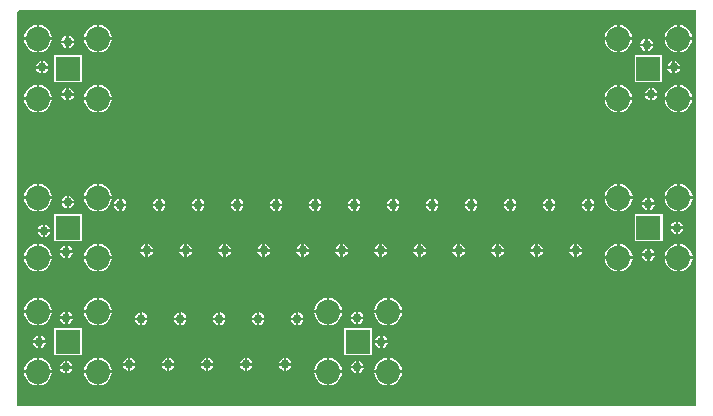
<source format=gbl>
G04*
G04 #@! TF.GenerationSoftware,Altium Limited,Altium Designer,20.0.13 (296)*
G04*
G04 Layer_Physical_Order=2*
G04 Layer_Color=16711680*
%FSLAX23Y23*%
%MOIN*%
G70*
G01*
G75*
%ADD24R,0.081X0.081*%
%ADD25C,0.081*%
%ADD26C,0.030*%
G36*
X2280Y15D02*
X15D01*
Y1329D01*
X21Y1335D01*
X2280D01*
Y15D01*
D02*
G37*
%LPC*%
G36*
X2224Y1286D02*
Y1244D01*
X2266D01*
X2265Y1252D01*
X2260Y1263D01*
X2253Y1273D01*
X2243Y1280D01*
X2232Y1285D01*
X2224Y1286D01*
D02*
G37*
G36*
X2024D02*
Y1244D01*
X2066D01*
X2065Y1252D01*
X2060Y1263D01*
X2053Y1273D01*
X2043Y1280D01*
X2032Y1285D01*
X2024Y1286D01*
D02*
G37*
G36*
X2216D02*
X2208Y1285D01*
X2197Y1280D01*
X2187Y1273D01*
X2180Y1263D01*
X2175Y1252D01*
X2174Y1244D01*
X2216D01*
Y1286D01*
D02*
G37*
G36*
X2016D02*
X2008Y1285D01*
X1997Y1280D01*
X1987Y1273D01*
X1980Y1263D01*
X1975Y1252D01*
X1974Y1244D01*
X2016D01*
Y1286D01*
D02*
G37*
G36*
X289D02*
Y1244D01*
X331D01*
X330Y1252D01*
X325Y1263D01*
X318Y1273D01*
X308Y1280D01*
X297Y1285D01*
X289Y1286D01*
D02*
G37*
G36*
X281D02*
X273Y1285D01*
X262Y1280D01*
X252Y1273D01*
X245Y1263D01*
X240Y1252D01*
X239Y1244D01*
X281D01*
Y1286D01*
D02*
G37*
G36*
X89D02*
Y1244D01*
X131D01*
X130Y1252D01*
X125Y1263D01*
X118Y1273D01*
X108Y1280D01*
X97Y1285D01*
X89Y1286D01*
D02*
G37*
G36*
X81D02*
X73Y1285D01*
X62Y1280D01*
X52Y1273D01*
X45Y1263D01*
X40Y1252D01*
X39Y1244D01*
X81D01*
Y1286D01*
D02*
G37*
G36*
X188Y1250D02*
Y1233D01*
X205D01*
X204Y1238D01*
X199Y1245D01*
X192Y1249D01*
X188Y1250D01*
D02*
G37*
G36*
X180D02*
X176Y1249D01*
X169Y1245D01*
X164Y1238D01*
X163Y1233D01*
X180D01*
Y1250D01*
D02*
G37*
G36*
X2118Y1240D02*
Y1223D01*
X2135D01*
X2134Y1228D01*
X2129Y1235D01*
X2122Y1239D01*
X2118Y1240D01*
D02*
G37*
G36*
X2110D02*
X2106Y1239D01*
X2099Y1235D01*
X2094Y1228D01*
X2093Y1223D01*
X2110D01*
Y1240D01*
D02*
G37*
G36*
X205Y1225D02*
X188D01*
Y1209D01*
X192Y1210D01*
X199Y1214D01*
X204Y1221D01*
X205Y1225D01*
D02*
G37*
G36*
X180D02*
X163D01*
X164Y1221D01*
X169Y1214D01*
X176Y1210D01*
X180Y1209D01*
Y1225D01*
D02*
G37*
G36*
X2135Y1215D02*
X2118D01*
Y1199D01*
X2122Y1200D01*
X2129Y1204D01*
X2134Y1211D01*
X2135Y1215D01*
D02*
G37*
G36*
X2110D02*
X2093D01*
X2094Y1211D01*
X2099Y1204D01*
X2106Y1200D01*
X2110Y1199D01*
Y1215D01*
D02*
G37*
G36*
X2266Y1236D02*
X2224D01*
Y1194D01*
X2232Y1195D01*
X2243Y1200D01*
X2253Y1207D01*
X2260Y1217D01*
X2265Y1228D01*
X2266Y1236D01*
D02*
G37*
G36*
X2066D02*
X2024D01*
Y1194D01*
X2032Y1195D01*
X2043Y1200D01*
X2053Y1207D01*
X2060Y1217D01*
X2065Y1228D01*
X2066Y1236D01*
D02*
G37*
G36*
X331Y1236D02*
X289D01*
Y1194D01*
X297Y1195D01*
X308Y1200D01*
X318Y1207D01*
X325Y1217D01*
X330Y1228D01*
X331Y1236D01*
D02*
G37*
G36*
X281D02*
X239D01*
X240Y1228D01*
X245Y1217D01*
X252Y1207D01*
X262Y1200D01*
X273Y1195D01*
X281Y1194D01*
Y1236D01*
D02*
G37*
G36*
X131D02*
X89D01*
Y1194D01*
X97Y1195D01*
X108Y1200D01*
X118Y1207D01*
X125Y1217D01*
X130Y1228D01*
X131Y1236D01*
D02*
G37*
G36*
X81D02*
X39D01*
X40Y1228D01*
X45Y1217D01*
X52Y1207D01*
X62Y1200D01*
X73Y1195D01*
X81Y1194D01*
Y1236D01*
D02*
G37*
G36*
X2216Y1236D02*
X2174D01*
X2175Y1228D01*
X2180Y1217D01*
X2187Y1207D01*
X2197Y1200D01*
X2208Y1195D01*
X2216Y1194D01*
Y1236D01*
D02*
G37*
G36*
X2016D02*
X1974D01*
X1975Y1228D01*
X1980Y1217D01*
X1987Y1207D01*
X1997Y1200D01*
X2008Y1195D01*
X2016Y1194D01*
Y1236D01*
D02*
G37*
G36*
X2208Y1165D02*
Y1148D01*
X2225D01*
X2224Y1153D01*
X2219Y1160D01*
X2212Y1164D01*
X2208Y1165D01*
D02*
G37*
G36*
X2200D02*
X2196Y1164D01*
X2189Y1160D01*
X2184Y1153D01*
X2183Y1148D01*
X2200D01*
Y1165D01*
D02*
G37*
G36*
X103D02*
Y1148D01*
X120D01*
X119Y1153D01*
X114Y1160D01*
X107Y1164D01*
X103Y1165D01*
D02*
G37*
G36*
X95D02*
X91Y1164D01*
X84Y1160D01*
X79Y1153D01*
X78Y1148D01*
X95D01*
Y1165D01*
D02*
G37*
G36*
X2225Y1140D02*
X2208D01*
Y1124D01*
X2212Y1125D01*
X2219Y1129D01*
X2224Y1136D01*
X2225Y1140D01*
D02*
G37*
G36*
X2200D02*
X2183D01*
X2184Y1136D01*
X2189Y1129D01*
X2196Y1125D01*
X2200Y1124D01*
Y1140D01*
D02*
G37*
G36*
X120D02*
X103D01*
Y1124D01*
X107Y1125D01*
X114Y1129D01*
X119Y1136D01*
X120Y1140D01*
D02*
G37*
G36*
X95D02*
X78D01*
X79Y1136D01*
X84Y1129D01*
X91Y1125D01*
X95Y1124D01*
Y1140D01*
D02*
G37*
G36*
X2166Y1186D02*
X2074D01*
Y1094D01*
X2166D01*
Y1186D01*
D02*
G37*
G36*
X231D02*
X139D01*
Y1094D01*
X231D01*
Y1186D01*
D02*
G37*
G36*
X2133Y1075D02*
Y1058D01*
X2150D01*
X2149Y1063D01*
X2144Y1070D01*
X2137Y1074D01*
X2133Y1075D01*
D02*
G37*
G36*
X2125D02*
X2121Y1074D01*
X2114Y1070D01*
X2109Y1063D01*
X2108Y1058D01*
X2125D01*
Y1075D01*
D02*
G37*
G36*
X188D02*
Y1058D01*
X205D01*
X204Y1063D01*
X199Y1070D01*
X192Y1074D01*
X188Y1075D01*
D02*
G37*
G36*
X180D02*
X176Y1074D01*
X169Y1070D01*
X164Y1063D01*
X163Y1058D01*
X180D01*
Y1075D01*
D02*
G37*
G36*
X2224Y1086D02*
Y1044D01*
X2266D01*
X2265Y1052D01*
X2260Y1063D01*
X2253Y1073D01*
X2243Y1080D01*
X2232Y1085D01*
X2224Y1086D01*
D02*
G37*
G36*
X2024D02*
Y1044D01*
X2066D01*
X2065Y1052D01*
X2060Y1063D01*
X2053Y1073D01*
X2043Y1080D01*
X2032Y1085D01*
X2024Y1086D01*
D02*
G37*
G36*
X2216D02*
X2208Y1085D01*
X2197Y1080D01*
X2187Y1073D01*
X2180Y1063D01*
X2175Y1052D01*
X2174Y1044D01*
X2216D01*
Y1086D01*
D02*
G37*
G36*
X2016D02*
X2008Y1085D01*
X1997Y1080D01*
X1987Y1073D01*
X1980Y1063D01*
X1975Y1052D01*
X1974Y1044D01*
X2016D01*
Y1086D01*
D02*
G37*
G36*
X289D02*
Y1044D01*
X331D01*
X330Y1052D01*
X325Y1063D01*
X318Y1073D01*
X308Y1080D01*
X297Y1085D01*
X289Y1086D01*
D02*
G37*
G36*
X281D02*
X273Y1085D01*
X262Y1080D01*
X252Y1073D01*
X245Y1063D01*
X240Y1052D01*
X239Y1044D01*
X281D01*
Y1086D01*
D02*
G37*
G36*
X89D02*
Y1044D01*
X131D01*
X130Y1052D01*
X125Y1063D01*
X118Y1073D01*
X108Y1080D01*
X97Y1085D01*
X89Y1086D01*
D02*
G37*
G36*
X81D02*
X73Y1085D01*
X62Y1080D01*
X52Y1073D01*
X45Y1063D01*
X40Y1052D01*
X39Y1044D01*
X81D01*
Y1086D01*
D02*
G37*
G36*
X2150Y1050D02*
X2133D01*
Y1034D01*
X2137Y1035D01*
X2144Y1039D01*
X2149Y1046D01*
X2150Y1050D01*
D02*
G37*
G36*
X2125D02*
X2108D01*
X2109Y1046D01*
X2114Y1039D01*
X2121Y1035D01*
X2125Y1034D01*
Y1050D01*
D02*
G37*
G36*
X205D02*
X188D01*
Y1034D01*
X192Y1035D01*
X199Y1039D01*
X204Y1046D01*
X205Y1050D01*
D02*
G37*
G36*
X180D02*
X163D01*
X164Y1046D01*
X169Y1039D01*
X176Y1035D01*
X180Y1034D01*
Y1050D01*
D02*
G37*
G36*
X2266Y1036D02*
X2224D01*
Y994D01*
X2232Y995D01*
X2243Y1000D01*
X2253Y1007D01*
X2260Y1017D01*
X2265Y1028D01*
X2266Y1036D01*
D02*
G37*
G36*
X2066D02*
X2024D01*
Y994D01*
X2032Y995D01*
X2043Y1000D01*
X2053Y1007D01*
X2060Y1017D01*
X2065Y1028D01*
X2066Y1036D01*
D02*
G37*
G36*
X331Y1036D02*
X289D01*
Y994D01*
X297Y995D01*
X308Y1000D01*
X318Y1007D01*
X325Y1017D01*
X330Y1028D01*
X331Y1036D01*
D02*
G37*
G36*
X281D02*
X239D01*
X240Y1028D01*
X245Y1017D01*
X252Y1007D01*
X262Y1000D01*
X273Y995D01*
X281Y994D01*
Y1036D01*
D02*
G37*
G36*
X131D02*
X89D01*
Y994D01*
X97Y995D01*
X108Y1000D01*
X118Y1007D01*
X125Y1017D01*
X130Y1028D01*
X131Y1036D01*
D02*
G37*
G36*
X81D02*
X39D01*
X40Y1028D01*
X45Y1017D01*
X52Y1007D01*
X62Y1000D01*
X73Y995D01*
X81Y994D01*
Y1036D01*
D02*
G37*
G36*
X2216Y1036D02*
X2174D01*
X2175Y1028D01*
X2180Y1017D01*
X2187Y1007D01*
X2197Y1000D01*
X2208Y995D01*
X2216Y994D01*
Y1036D01*
D02*
G37*
G36*
X2016D02*
X1974D01*
X1975Y1028D01*
X1980Y1017D01*
X1987Y1007D01*
X1997Y1000D01*
X2008Y995D01*
X2016Y994D01*
Y1036D01*
D02*
G37*
G36*
X2224Y756D02*
Y714D01*
X2267D01*
X2265Y722D01*
X2261Y733D01*
X2253Y743D01*
X2244Y750D01*
X2232Y755D01*
X2224Y756D01*
D02*
G37*
G36*
X2024D02*
Y714D01*
X2067D01*
X2065Y722D01*
X2061Y733D01*
X2053Y743D01*
X2044Y750D01*
X2032Y755D01*
X2024Y756D01*
D02*
G37*
G36*
X2216D02*
X2208Y755D01*
X2197Y750D01*
X2187Y743D01*
X2180Y733D01*
X2175Y722D01*
X2174Y714D01*
X2216D01*
Y756D01*
D02*
G37*
G36*
X2016D02*
X2008Y755D01*
X1997Y750D01*
X1987Y743D01*
X1980Y733D01*
X1975Y722D01*
X1974Y714D01*
X2016D01*
Y756D01*
D02*
G37*
G36*
X289D02*
Y714D01*
X332D01*
X330Y722D01*
X326Y733D01*
X318Y743D01*
X309Y750D01*
X297Y755D01*
X289Y756D01*
D02*
G37*
G36*
X281D02*
X273Y755D01*
X262Y750D01*
X252Y743D01*
X245Y733D01*
X240Y722D01*
X239Y714D01*
X281D01*
Y756D01*
D02*
G37*
G36*
X89D02*
Y714D01*
X132D01*
X130Y722D01*
X126Y733D01*
X118Y743D01*
X109Y750D01*
X97Y755D01*
X89Y756D01*
D02*
G37*
G36*
X81D02*
X73Y755D01*
X62Y750D01*
X52Y743D01*
X45Y733D01*
X40Y722D01*
X39Y714D01*
X81D01*
Y756D01*
D02*
G37*
G36*
X189Y716D02*
Y699D01*
X206D01*
X205Y703D01*
X200Y710D01*
X193Y715D01*
X189Y716D01*
D02*
G37*
G36*
X181D02*
X177Y715D01*
X170Y710D01*
X165Y703D01*
X164Y699D01*
X181D01*
Y716D01*
D02*
G37*
G36*
X2124Y711D02*
Y694D01*
X2141D01*
X2140Y698D01*
X2135Y705D01*
X2128Y710D01*
X2124Y711D01*
D02*
G37*
G36*
X2116D02*
X2112Y710D01*
X2105Y705D01*
X2100Y698D01*
X2099Y694D01*
X2116D01*
Y711D01*
D02*
G37*
G36*
X1924Y707D02*
Y690D01*
X1940D01*
X1939Y694D01*
X1935Y701D01*
X1928Y706D01*
X1924Y707D01*
D02*
G37*
G36*
X1916D02*
X1911Y706D01*
X1904Y701D01*
X1900Y694D01*
X1899Y690D01*
X1916D01*
Y707D01*
D02*
G37*
G36*
X1794D02*
Y690D01*
X1810D01*
X1809Y694D01*
X1805Y701D01*
X1798Y706D01*
X1794Y707D01*
D02*
G37*
G36*
X1786D02*
X1781Y706D01*
X1774Y701D01*
X1770Y694D01*
X1769Y690D01*
X1786D01*
Y707D01*
D02*
G37*
G36*
X1664D02*
Y690D01*
X1680D01*
X1679Y694D01*
X1675Y701D01*
X1668Y706D01*
X1664Y707D01*
D02*
G37*
G36*
X1656D02*
X1651Y706D01*
X1644Y701D01*
X1640Y694D01*
X1639Y690D01*
X1656D01*
Y707D01*
D02*
G37*
G36*
X1534D02*
Y690D01*
X1550D01*
X1549Y694D01*
X1545Y701D01*
X1538Y706D01*
X1534Y707D01*
D02*
G37*
G36*
X1526D02*
X1521Y706D01*
X1514Y701D01*
X1510Y694D01*
X1509Y690D01*
X1526D01*
Y707D01*
D02*
G37*
G36*
X1404D02*
Y690D01*
X1420D01*
X1419Y694D01*
X1415Y701D01*
X1408Y706D01*
X1404Y707D01*
D02*
G37*
G36*
X1396D02*
X1391Y706D01*
X1384Y701D01*
X1380Y694D01*
X1379Y690D01*
X1396D01*
Y707D01*
D02*
G37*
G36*
X1274D02*
Y690D01*
X1290D01*
X1289Y694D01*
X1285Y701D01*
X1278Y706D01*
X1274Y707D01*
D02*
G37*
G36*
X1266D02*
X1261Y706D01*
X1254Y701D01*
X1250Y694D01*
X1249Y690D01*
X1266D01*
Y707D01*
D02*
G37*
G36*
X1144D02*
Y690D01*
X1160D01*
X1159Y694D01*
X1155Y701D01*
X1148Y706D01*
X1144Y707D01*
D02*
G37*
G36*
X1136D02*
X1131Y706D01*
X1124Y701D01*
X1120Y694D01*
X1119Y690D01*
X1136D01*
Y707D01*
D02*
G37*
G36*
X1014D02*
Y690D01*
X1030D01*
X1029Y694D01*
X1025Y701D01*
X1018Y706D01*
X1014Y707D01*
D02*
G37*
G36*
X1006D02*
X1001Y706D01*
X994Y701D01*
X990Y694D01*
X989Y690D01*
X1006D01*
Y707D01*
D02*
G37*
G36*
X884D02*
Y690D01*
X900D01*
X899Y694D01*
X895Y701D01*
X888Y706D01*
X884Y707D01*
D02*
G37*
G36*
X876D02*
X871Y706D01*
X864Y701D01*
X860Y694D01*
X859Y690D01*
X876D01*
Y707D01*
D02*
G37*
G36*
X754D02*
Y690D01*
X770D01*
X769Y694D01*
X765Y701D01*
X758Y706D01*
X754Y707D01*
D02*
G37*
G36*
X746D02*
X741Y706D01*
X734Y701D01*
X730Y694D01*
X729Y690D01*
X746D01*
Y707D01*
D02*
G37*
G36*
X624D02*
Y690D01*
X640D01*
X639Y694D01*
X635Y701D01*
X628Y706D01*
X624Y707D01*
D02*
G37*
G36*
X616D02*
X611Y706D01*
X604Y701D01*
X600Y694D01*
X599Y690D01*
X616D01*
Y707D01*
D02*
G37*
G36*
X494D02*
Y690D01*
X510D01*
X509Y694D01*
X505Y701D01*
X498Y706D01*
X494Y707D01*
D02*
G37*
G36*
X486D02*
X481Y706D01*
X474Y701D01*
X470Y694D01*
X469Y690D01*
X486D01*
Y707D01*
D02*
G37*
G36*
X364D02*
Y690D01*
X380D01*
X379Y694D01*
X375Y701D01*
X368Y706D01*
X364Y707D01*
D02*
G37*
G36*
X356D02*
X351Y706D01*
X344Y701D01*
X340Y694D01*
X339Y690D01*
X356D01*
Y707D01*
D02*
G37*
G36*
X206Y691D02*
X189D01*
Y674D01*
X193Y675D01*
X200Y680D01*
X205Y687D01*
X206Y691D01*
D02*
G37*
G36*
X181D02*
X164D01*
X165Y687D01*
X170Y680D01*
X177Y675D01*
X181Y674D01*
Y691D01*
D02*
G37*
G36*
X2141Y686D02*
X2124D01*
Y669D01*
X2128Y670D01*
X2135Y675D01*
X2140Y682D01*
X2141Y686D01*
D02*
G37*
G36*
X2116D02*
X2099D01*
X2100Y682D01*
X2105Y675D01*
X2112Y670D01*
X2116Y669D01*
Y686D01*
D02*
G37*
G36*
X1940Y682D02*
X1924D01*
Y665D01*
X1928Y666D01*
X1935Y671D01*
X1939Y678D01*
X1940Y682D01*
D02*
G37*
G36*
X1916D02*
X1899D01*
X1900Y678D01*
X1904Y671D01*
X1911Y666D01*
X1916Y665D01*
Y682D01*
D02*
G37*
G36*
X1810D02*
X1794D01*
Y665D01*
X1798Y666D01*
X1805Y671D01*
X1809Y678D01*
X1810Y682D01*
D02*
G37*
G36*
X1786D02*
X1769D01*
X1770Y678D01*
X1774Y671D01*
X1781Y666D01*
X1786Y665D01*
Y682D01*
D02*
G37*
G36*
X1680D02*
X1664D01*
Y665D01*
X1668Y666D01*
X1675Y671D01*
X1679Y678D01*
X1680Y682D01*
D02*
G37*
G36*
X1656D02*
X1639D01*
X1640Y678D01*
X1644Y671D01*
X1651Y666D01*
X1656Y665D01*
Y682D01*
D02*
G37*
G36*
X1550D02*
X1534D01*
Y665D01*
X1538Y666D01*
X1545Y671D01*
X1549Y678D01*
X1550Y682D01*
D02*
G37*
G36*
X1526D02*
X1509D01*
X1510Y678D01*
X1514Y671D01*
X1521Y666D01*
X1526Y665D01*
Y682D01*
D02*
G37*
G36*
X1420D02*
X1404D01*
Y665D01*
X1408Y666D01*
X1415Y671D01*
X1419Y678D01*
X1420Y682D01*
D02*
G37*
G36*
X1396D02*
X1379D01*
X1380Y678D01*
X1384Y671D01*
X1391Y666D01*
X1396Y665D01*
Y682D01*
D02*
G37*
G36*
X1290D02*
X1274D01*
Y665D01*
X1278Y666D01*
X1285Y671D01*
X1289Y678D01*
X1290Y682D01*
D02*
G37*
G36*
X1266D02*
X1249D01*
X1250Y678D01*
X1254Y671D01*
X1261Y666D01*
X1266Y665D01*
Y682D01*
D02*
G37*
G36*
X1160D02*
X1144D01*
Y665D01*
X1148Y666D01*
X1155Y671D01*
X1159Y678D01*
X1160Y682D01*
D02*
G37*
G36*
X1136D02*
X1119D01*
X1120Y678D01*
X1124Y671D01*
X1131Y666D01*
X1136Y665D01*
Y682D01*
D02*
G37*
G36*
X1030D02*
X1014D01*
Y665D01*
X1018Y666D01*
X1025Y671D01*
X1029Y678D01*
X1030Y682D01*
D02*
G37*
G36*
X1006D02*
X989D01*
X990Y678D01*
X994Y671D01*
X1001Y666D01*
X1006Y665D01*
Y682D01*
D02*
G37*
G36*
X900D02*
X884D01*
Y665D01*
X888Y666D01*
X895Y671D01*
X899Y678D01*
X900Y682D01*
D02*
G37*
G36*
X876D02*
X859D01*
X860Y678D01*
X864Y671D01*
X871Y666D01*
X876Y665D01*
Y682D01*
D02*
G37*
G36*
X770D02*
X754D01*
Y665D01*
X758Y666D01*
X765Y671D01*
X769Y678D01*
X770Y682D01*
D02*
G37*
G36*
X746D02*
X729D01*
X730Y678D01*
X734Y671D01*
X741Y666D01*
X746Y665D01*
Y682D01*
D02*
G37*
G36*
X640D02*
X624D01*
Y665D01*
X628Y666D01*
X635Y671D01*
X639Y678D01*
X640Y682D01*
D02*
G37*
G36*
X616D02*
X599D01*
X600Y678D01*
X604Y671D01*
X611Y666D01*
X616Y665D01*
Y682D01*
D02*
G37*
G36*
X510D02*
X494D01*
Y665D01*
X498Y666D01*
X505Y671D01*
X509Y678D01*
X510Y682D01*
D02*
G37*
G36*
X486D02*
X469D01*
X470Y678D01*
X474Y671D01*
X481Y666D01*
X486Y665D01*
Y682D01*
D02*
G37*
G36*
X380D02*
X364D01*
Y665D01*
X368Y666D01*
X375Y671D01*
X379Y678D01*
X380Y682D01*
D02*
G37*
G36*
X356D02*
X339D01*
X340Y678D01*
X344Y671D01*
X351Y666D01*
X356Y665D01*
Y682D01*
D02*
G37*
G36*
X2216Y706D02*
X2174D01*
X2175Y698D01*
X2180Y687D01*
X2187Y677D01*
X2197Y670D01*
X2208Y665D01*
X2216Y664D01*
Y706D01*
D02*
G37*
G36*
X2016D02*
X1974D01*
X1975Y698D01*
X1980Y687D01*
X1987Y677D01*
X1997Y670D01*
X2008Y665D01*
X2016Y664D01*
Y706D01*
D02*
G37*
G36*
X332Y706D02*
X289D01*
Y664D01*
X297Y665D01*
X309Y670D01*
X318Y677D01*
X326Y687D01*
X330Y698D01*
X332Y706D01*
D02*
G37*
G36*
X281D02*
X239D01*
X240Y698D01*
X245Y687D01*
X252Y677D01*
X262Y670D01*
X273Y665D01*
X281Y664D01*
Y706D01*
D02*
G37*
G36*
X132D02*
X89D01*
Y664D01*
X97Y665D01*
X109Y670D01*
X118Y677D01*
X126Y687D01*
X130Y698D01*
X132Y706D01*
D02*
G37*
G36*
X81D02*
X39D01*
X40Y698D01*
X45Y687D01*
X52Y677D01*
X62Y670D01*
X73Y665D01*
X81Y664D01*
Y706D01*
D02*
G37*
G36*
X2267Y706D02*
X2224D01*
Y664D01*
X2232Y665D01*
X2244Y670D01*
X2253Y677D01*
X2261Y687D01*
X2265Y698D01*
X2267Y706D01*
D02*
G37*
G36*
X2067D02*
X2024D01*
Y664D01*
X2032Y665D01*
X2044Y670D01*
X2053Y677D01*
X2061Y687D01*
X2065Y698D01*
X2067Y706D01*
D02*
G37*
G36*
X2219Y631D02*
Y614D01*
X2236D01*
X2235Y618D01*
X2230Y625D01*
X2223Y630D01*
X2219Y631D01*
D02*
G37*
G36*
X2211D02*
X2207Y630D01*
X2200Y625D01*
X2195Y618D01*
X2194Y614D01*
X2211D01*
Y631D01*
D02*
G37*
G36*
X109Y621D02*
Y604D01*
X126D01*
X125Y608D01*
X120Y615D01*
X113Y620D01*
X109Y621D01*
D02*
G37*
G36*
X101D02*
X97Y620D01*
X90Y615D01*
X85Y608D01*
X84Y604D01*
X101D01*
Y621D01*
D02*
G37*
G36*
X2236Y606D02*
X2219D01*
Y589D01*
X2223Y590D01*
X2230Y595D01*
X2235Y602D01*
X2236Y606D01*
D02*
G37*
G36*
X2211D02*
X2194D01*
X2195Y602D01*
X2200Y595D01*
X2207Y590D01*
X2211Y589D01*
Y606D01*
D02*
G37*
G36*
X126Y596D02*
X109D01*
Y579D01*
X113Y580D01*
X120Y585D01*
X125Y592D01*
X126Y596D01*
D02*
G37*
G36*
X101D02*
X84D01*
X85Y592D01*
X90Y585D01*
X97Y580D01*
X101Y579D01*
Y596D01*
D02*
G37*
G36*
X2167Y656D02*
X2074D01*
Y564D01*
X2167D01*
Y656D01*
D02*
G37*
G36*
X232D02*
X139D01*
Y564D01*
X232D01*
Y656D01*
D02*
G37*
G36*
X1881Y555D02*
Y538D01*
X1897D01*
X1897Y542D01*
X1892Y549D01*
X1885Y554D01*
X1881Y555D01*
D02*
G37*
G36*
X1873D02*
X1869Y554D01*
X1862Y549D01*
X1857Y542D01*
X1856Y538D01*
X1873D01*
Y555D01*
D02*
G37*
G36*
X1751D02*
Y538D01*
X1767D01*
X1767Y542D01*
X1762Y549D01*
X1755Y554D01*
X1751Y555D01*
D02*
G37*
G36*
X1743D02*
X1739Y554D01*
X1732Y549D01*
X1727Y542D01*
X1726Y538D01*
X1743D01*
Y555D01*
D02*
G37*
G36*
X1621D02*
Y538D01*
X1637D01*
X1637Y542D01*
X1632Y549D01*
X1625Y554D01*
X1621Y555D01*
D02*
G37*
G36*
X1613D02*
X1609Y554D01*
X1602Y549D01*
X1597Y542D01*
X1596Y538D01*
X1613D01*
Y555D01*
D02*
G37*
G36*
X1491D02*
Y538D01*
X1507D01*
X1507Y542D01*
X1502Y549D01*
X1495Y554D01*
X1491Y555D01*
D02*
G37*
G36*
X1483D02*
X1479Y554D01*
X1472Y549D01*
X1467Y542D01*
X1466Y538D01*
X1483D01*
Y555D01*
D02*
G37*
G36*
X1361D02*
Y538D01*
X1377D01*
X1377Y542D01*
X1372Y549D01*
X1365Y554D01*
X1361Y555D01*
D02*
G37*
G36*
X1353D02*
X1349Y554D01*
X1342Y549D01*
X1337Y542D01*
X1336Y538D01*
X1353D01*
Y555D01*
D02*
G37*
G36*
X1231D02*
Y538D01*
X1247D01*
X1247Y542D01*
X1242Y549D01*
X1235Y554D01*
X1231Y555D01*
D02*
G37*
G36*
X1223D02*
X1219Y554D01*
X1212Y549D01*
X1207Y542D01*
X1206Y538D01*
X1223D01*
Y555D01*
D02*
G37*
G36*
X1101D02*
Y538D01*
X1117D01*
X1117Y542D01*
X1112Y549D01*
X1105Y554D01*
X1101Y555D01*
D02*
G37*
G36*
X1093D02*
X1089Y554D01*
X1082Y549D01*
X1077Y542D01*
X1076Y538D01*
X1093D01*
Y555D01*
D02*
G37*
G36*
X971D02*
Y538D01*
X987D01*
X987Y542D01*
X982Y549D01*
X975Y554D01*
X971Y555D01*
D02*
G37*
G36*
X963D02*
X959Y554D01*
X952Y549D01*
X947Y542D01*
X946Y538D01*
X963D01*
Y555D01*
D02*
G37*
G36*
X841D02*
Y538D01*
X857D01*
X857Y542D01*
X852Y549D01*
X845Y554D01*
X841Y555D01*
D02*
G37*
G36*
X833D02*
X829Y554D01*
X822Y549D01*
X817Y542D01*
X816Y538D01*
X833D01*
Y555D01*
D02*
G37*
G36*
X711D02*
Y538D01*
X727D01*
X727Y542D01*
X722Y549D01*
X715Y554D01*
X711Y555D01*
D02*
G37*
G36*
X703D02*
X699Y554D01*
X692Y549D01*
X687Y542D01*
X686Y538D01*
X703D01*
Y555D01*
D02*
G37*
G36*
X581D02*
Y538D01*
X597D01*
X597Y542D01*
X592Y549D01*
X585Y554D01*
X581Y555D01*
D02*
G37*
G36*
X573D02*
X569Y554D01*
X562Y549D01*
X557Y542D01*
X556Y538D01*
X573D01*
Y555D01*
D02*
G37*
G36*
X451D02*
Y538D01*
X467D01*
X467Y542D01*
X462Y549D01*
X455Y554D01*
X451Y555D01*
D02*
G37*
G36*
X443D02*
X439Y554D01*
X432Y549D01*
X427Y542D01*
X426Y538D01*
X443D01*
Y555D01*
D02*
G37*
G36*
X184Y551D02*
Y534D01*
X201D01*
X200Y538D01*
X195Y545D01*
X188Y550D01*
X184Y551D01*
D02*
G37*
G36*
X176D02*
X172Y550D01*
X165Y545D01*
X160Y538D01*
X159Y534D01*
X176D01*
Y551D01*
D02*
G37*
G36*
X2124Y541D02*
Y524D01*
X2141D01*
X2140Y528D01*
X2135Y535D01*
X2128Y540D01*
X2124Y541D01*
D02*
G37*
G36*
X2116D02*
X2112Y540D01*
X2105Y535D01*
X2100Y528D01*
X2099Y524D01*
X2116D01*
Y541D01*
D02*
G37*
G36*
X2224Y556D02*
Y514D01*
X2267D01*
X2265Y522D01*
X2261Y533D01*
X2253Y543D01*
X2244Y550D01*
X2232Y555D01*
X2224Y556D01*
D02*
G37*
G36*
X2024D02*
Y514D01*
X2067D01*
X2065Y522D01*
X2061Y533D01*
X2053Y543D01*
X2044Y550D01*
X2032Y555D01*
X2024Y556D01*
D02*
G37*
G36*
X2216D02*
X2208Y555D01*
X2197Y550D01*
X2187Y543D01*
X2180Y533D01*
X2175Y522D01*
X2174Y514D01*
X2216D01*
Y556D01*
D02*
G37*
G36*
X2016D02*
X2008Y555D01*
X1997Y550D01*
X1987Y543D01*
X1980Y533D01*
X1975Y522D01*
X1974Y514D01*
X2016D01*
Y556D01*
D02*
G37*
G36*
X289D02*
Y514D01*
X332D01*
X330Y522D01*
X326Y533D01*
X318Y543D01*
X309Y550D01*
X297Y555D01*
X289Y556D01*
D02*
G37*
G36*
X281D02*
X273Y555D01*
X262Y550D01*
X252Y543D01*
X245Y533D01*
X240Y522D01*
X239Y514D01*
X281D01*
Y556D01*
D02*
G37*
G36*
X89D02*
Y514D01*
X132D01*
X130Y522D01*
X126Y533D01*
X118Y543D01*
X109Y550D01*
X97Y555D01*
X89Y556D01*
D02*
G37*
G36*
X81D02*
X73Y555D01*
X62Y550D01*
X52Y543D01*
X45Y533D01*
X40Y522D01*
X39Y514D01*
X81D01*
Y556D01*
D02*
G37*
G36*
X1247Y530D02*
X1231D01*
Y513D01*
X1235Y514D01*
X1242Y519D01*
X1247Y526D01*
X1247Y530D01*
D02*
G37*
G36*
X1223D02*
X1206D01*
X1207Y526D01*
X1212Y519D01*
X1219Y514D01*
X1223Y513D01*
Y530D01*
D02*
G37*
G36*
X1117D02*
X1101D01*
Y513D01*
X1105Y514D01*
X1112Y519D01*
X1117Y526D01*
X1117Y530D01*
D02*
G37*
G36*
X1093D02*
X1076D01*
X1077Y526D01*
X1082Y519D01*
X1089Y514D01*
X1093Y513D01*
Y530D01*
D02*
G37*
G36*
X987D02*
X971D01*
Y513D01*
X975Y514D01*
X982Y519D01*
X987Y526D01*
X987Y530D01*
D02*
G37*
G36*
X963D02*
X946D01*
X947Y526D01*
X952Y519D01*
X959Y514D01*
X963Y513D01*
Y530D01*
D02*
G37*
G36*
X857D02*
X841D01*
Y513D01*
X845Y514D01*
X852Y519D01*
X857Y526D01*
X857Y530D01*
D02*
G37*
G36*
X833D02*
X816D01*
X817Y526D01*
X822Y519D01*
X829Y514D01*
X833Y513D01*
Y530D01*
D02*
G37*
G36*
X727D02*
X711D01*
Y513D01*
X715Y514D01*
X722Y519D01*
X727Y526D01*
X727Y530D01*
D02*
G37*
G36*
X703D02*
X686D01*
X687Y526D01*
X692Y519D01*
X699Y514D01*
X703Y513D01*
Y530D01*
D02*
G37*
G36*
X597D02*
X581D01*
Y513D01*
X585Y514D01*
X592Y519D01*
X597Y526D01*
X597Y530D01*
D02*
G37*
G36*
X573D02*
X556D01*
X557Y526D01*
X562Y519D01*
X569Y514D01*
X573Y513D01*
Y530D01*
D02*
G37*
G36*
X467D02*
X451D01*
Y513D01*
X455Y514D01*
X462Y519D01*
X467Y526D01*
X467Y530D01*
D02*
G37*
G36*
X443D02*
X426D01*
X427Y526D01*
X432Y519D01*
X439Y514D01*
X443Y513D01*
Y530D01*
D02*
G37*
G36*
X1897D02*
X1881D01*
Y513D01*
X1885Y514D01*
X1892Y519D01*
X1897Y526D01*
X1897Y530D01*
D02*
G37*
G36*
X1873D02*
X1856D01*
X1857Y526D01*
X1862Y519D01*
X1869Y514D01*
X1873Y513D01*
Y530D01*
D02*
G37*
G36*
X1767D02*
X1751D01*
Y513D01*
X1755Y514D01*
X1762Y519D01*
X1767Y526D01*
X1767Y530D01*
D02*
G37*
G36*
X1743D02*
X1726D01*
X1727Y526D01*
X1732Y519D01*
X1739Y514D01*
X1743Y513D01*
Y530D01*
D02*
G37*
G36*
X1637D02*
X1621D01*
Y513D01*
X1625Y514D01*
X1632Y519D01*
X1637Y526D01*
X1637Y530D01*
D02*
G37*
G36*
X1613D02*
X1596D01*
X1597Y526D01*
X1602Y519D01*
X1609Y514D01*
X1613Y513D01*
Y530D01*
D02*
G37*
G36*
X1507D02*
X1491D01*
Y513D01*
X1495Y514D01*
X1502Y519D01*
X1507Y526D01*
X1507Y530D01*
D02*
G37*
G36*
X1483D02*
X1466D01*
X1467Y526D01*
X1472Y519D01*
X1479Y514D01*
X1483Y513D01*
Y530D01*
D02*
G37*
G36*
X1377D02*
X1361D01*
Y513D01*
X1365Y514D01*
X1372Y519D01*
X1377Y526D01*
X1377Y530D01*
D02*
G37*
G36*
X1353D02*
X1336D01*
X1337Y526D01*
X1342Y519D01*
X1349Y514D01*
X1353Y513D01*
Y530D01*
D02*
G37*
G36*
X201Y526D02*
X184D01*
Y509D01*
X188Y510D01*
X195Y515D01*
X200Y522D01*
X201Y526D01*
D02*
G37*
G36*
X176D02*
X159D01*
X160Y522D01*
X165Y515D01*
X172Y510D01*
X176Y509D01*
Y526D01*
D02*
G37*
G36*
X2141Y516D02*
X2124D01*
Y499D01*
X2128Y500D01*
X2135Y505D01*
X2140Y512D01*
X2141Y516D01*
D02*
G37*
G36*
X2116D02*
X2099D01*
X2100Y512D01*
X2105Y505D01*
X2112Y500D01*
X2116Y499D01*
Y516D01*
D02*
G37*
G36*
X2216Y506D02*
X2174D01*
X2175Y498D01*
X2180Y487D01*
X2187Y477D01*
X2197Y470D01*
X2208Y465D01*
X2216Y464D01*
Y506D01*
D02*
G37*
G36*
X2016D02*
X1974D01*
X1975Y498D01*
X1980Y487D01*
X1987Y477D01*
X1997Y470D01*
X2008Y465D01*
X2016Y464D01*
Y506D01*
D02*
G37*
G36*
X332Y506D02*
X289D01*
Y464D01*
X297Y465D01*
X309Y470D01*
X318Y477D01*
X326Y487D01*
X330Y498D01*
X332Y506D01*
D02*
G37*
G36*
X281D02*
X239D01*
X240Y498D01*
X245Y487D01*
X252Y477D01*
X262Y470D01*
X273Y465D01*
X281Y464D01*
Y506D01*
D02*
G37*
G36*
X132D02*
X89D01*
Y464D01*
X97Y465D01*
X109Y470D01*
X118Y477D01*
X126Y487D01*
X130Y498D01*
X132Y506D01*
D02*
G37*
G36*
X81D02*
X39D01*
X40Y498D01*
X45Y487D01*
X52Y477D01*
X62Y470D01*
X73Y465D01*
X81Y464D01*
Y506D01*
D02*
G37*
G36*
X2267Y506D02*
X2224D01*
Y464D01*
X2232Y465D01*
X2244Y470D01*
X2253Y477D01*
X2261Y487D01*
X2265Y498D01*
X2267Y506D01*
D02*
G37*
G36*
X2067D02*
X2024D01*
Y464D01*
X2032Y465D01*
X2044Y470D01*
X2053Y477D01*
X2061Y487D01*
X2065Y498D01*
X2067Y506D01*
D02*
G37*
G36*
X1257Y376D02*
Y334D01*
X1299D01*
X1298Y342D01*
X1293Y353D01*
X1286Y363D01*
X1276Y370D01*
X1265Y375D01*
X1257Y376D01*
D02*
G37*
G36*
X1056D02*
Y334D01*
X1099D01*
X1098Y342D01*
X1093Y353D01*
X1086Y363D01*
X1076Y370D01*
X1065Y375D01*
X1056Y376D01*
D02*
G37*
G36*
X1048D02*
X1040Y375D01*
X1029Y370D01*
X1019Y363D01*
X1012Y353D01*
X1007Y342D01*
X1006Y334D01*
X1048D01*
Y376D01*
D02*
G37*
G36*
X1248D02*
X1240Y375D01*
X1229Y370D01*
X1219Y363D01*
X1212Y353D01*
X1207Y342D01*
X1206Y334D01*
X1248D01*
Y376D01*
D02*
G37*
G36*
X289D02*
Y334D01*
X331D01*
X330Y342D01*
X325Y353D01*
X318Y363D01*
X308Y370D01*
X297Y375D01*
X289Y376D01*
D02*
G37*
G36*
X281D02*
X273Y375D01*
X262Y370D01*
X252Y363D01*
X245Y353D01*
X240Y342D01*
X239Y334D01*
X281D01*
Y376D01*
D02*
G37*
G36*
X89D02*
Y334D01*
X131D01*
X130Y342D01*
X125Y353D01*
X118Y363D01*
X108Y370D01*
X97Y375D01*
X89Y376D01*
D02*
G37*
G36*
X81D02*
X73Y375D01*
X62Y370D01*
X52Y363D01*
X45Y353D01*
X40Y342D01*
X39Y334D01*
X81D01*
Y376D01*
D02*
G37*
G36*
X184Y331D02*
Y314D01*
X201D01*
X200Y318D01*
X195Y325D01*
X188Y330D01*
X184Y331D01*
D02*
G37*
G36*
X176D02*
X172Y330D01*
X165Y325D01*
X160Y318D01*
X159Y314D01*
X176D01*
Y331D01*
D02*
G37*
G36*
X1153Y330D02*
Y313D01*
X1170D01*
X1169Y318D01*
X1164Y325D01*
X1157Y329D01*
X1153Y330D01*
D02*
G37*
G36*
X1145D02*
X1141Y329D01*
X1134Y325D01*
X1129Y318D01*
X1128Y313D01*
X1145D01*
Y330D01*
D02*
G37*
G36*
X953Y327D02*
Y310D01*
X970D01*
X969Y314D01*
X965Y321D01*
X958Y326D01*
X953Y327D01*
D02*
G37*
G36*
X945D02*
X941Y326D01*
X934Y321D01*
X930Y314D01*
X929Y310D01*
X945D01*
Y327D01*
D02*
G37*
G36*
X823D02*
Y310D01*
X840D01*
X839Y314D01*
X835Y321D01*
X828Y326D01*
X823Y327D01*
D02*
G37*
G36*
X815D02*
X811Y326D01*
X804Y321D01*
X800Y314D01*
X799Y310D01*
X815D01*
Y327D01*
D02*
G37*
G36*
X693D02*
Y310D01*
X710D01*
X709Y314D01*
X705Y321D01*
X698Y326D01*
X693Y327D01*
D02*
G37*
G36*
X685D02*
X681Y326D01*
X674Y321D01*
X670Y314D01*
X669Y310D01*
X685D01*
Y327D01*
D02*
G37*
G36*
X563D02*
Y310D01*
X580D01*
X579Y314D01*
X575Y321D01*
X568Y326D01*
X563Y327D01*
D02*
G37*
G36*
X555D02*
X551Y326D01*
X544Y321D01*
X540Y314D01*
X539Y310D01*
X555D01*
Y327D01*
D02*
G37*
G36*
X433D02*
Y310D01*
X450D01*
X449Y314D01*
X445Y321D01*
X438Y326D01*
X433Y327D01*
D02*
G37*
G36*
X425D02*
X421Y326D01*
X414Y321D01*
X410Y314D01*
X409Y310D01*
X425D01*
Y327D01*
D02*
G37*
G36*
X201Y306D02*
X184D01*
Y289D01*
X188Y290D01*
X195Y295D01*
X200Y302D01*
X201Y306D01*
D02*
G37*
G36*
X176D02*
X159D01*
X160Y302D01*
X165Y295D01*
X172Y290D01*
X176Y289D01*
Y306D01*
D02*
G37*
G36*
X1170Y305D02*
X1153D01*
Y289D01*
X1157Y290D01*
X1164Y294D01*
X1169Y301D01*
X1170Y305D01*
D02*
G37*
G36*
X1145D02*
X1128D01*
X1129Y301D01*
X1134Y294D01*
X1141Y290D01*
X1145Y289D01*
Y305D01*
D02*
G37*
G36*
X970Y302D02*
X953D01*
Y285D01*
X958Y286D01*
X965Y291D01*
X969Y298D01*
X970Y302D01*
D02*
G37*
G36*
X945D02*
X929D01*
X930Y298D01*
X934Y291D01*
X941Y286D01*
X945Y285D01*
Y302D01*
D02*
G37*
G36*
X840D02*
X823D01*
Y285D01*
X828Y286D01*
X835Y291D01*
X839Y298D01*
X840Y302D01*
D02*
G37*
G36*
X815D02*
X799D01*
X800Y298D01*
X804Y291D01*
X811Y286D01*
X815Y285D01*
Y302D01*
D02*
G37*
G36*
X710D02*
X693D01*
Y285D01*
X698Y286D01*
X705Y291D01*
X709Y298D01*
X710Y302D01*
D02*
G37*
G36*
X685D02*
X669D01*
X670Y298D01*
X674Y291D01*
X681Y286D01*
X685Y285D01*
Y302D01*
D02*
G37*
G36*
X580D02*
X563D01*
Y285D01*
X568Y286D01*
X575Y291D01*
X579Y298D01*
X580Y302D01*
D02*
G37*
G36*
X555D02*
X539D01*
X540Y298D01*
X544Y291D01*
X551Y286D01*
X555Y285D01*
Y302D01*
D02*
G37*
G36*
X450D02*
X433D01*
Y285D01*
X438Y286D01*
X445Y291D01*
X449Y298D01*
X450Y302D01*
D02*
G37*
G36*
X425D02*
X409D01*
X410Y298D01*
X414Y291D01*
X421Y286D01*
X425Y285D01*
Y302D01*
D02*
G37*
G36*
X1299Y326D02*
X1257D01*
Y284D01*
X1265Y285D01*
X1276Y290D01*
X1286Y297D01*
X1293Y307D01*
X1298Y318D01*
X1299Y326D01*
D02*
G37*
G36*
X1099D02*
X1056D01*
Y284D01*
X1065Y285D01*
X1076Y290D01*
X1086Y297D01*
X1093Y307D01*
X1098Y318D01*
X1099Y326D01*
D02*
G37*
G36*
X331Y326D02*
X289D01*
Y284D01*
X297Y285D01*
X308Y290D01*
X318Y297D01*
X325Y307D01*
X330Y318D01*
X331Y326D01*
D02*
G37*
G36*
X281D02*
X239D01*
X240Y318D01*
X245Y307D01*
X252Y297D01*
X262Y290D01*
X273Y285D01*
X281Y284D01*
Y326D01*
D02*
G37*
G36*
X131D02*
X89D01*
Y284D01*
X97Y285D01*
X108Y290D01*
X118Y297D01*
X125Y307D01*
X130Y318D01*
X131Y326D01*
D02*
G37*
G36*
X81D02*
X39D01*
X40Y318D01*
X45Y307D01*
X52Y297D01*
X62Y290D01*
X73Y285D01*
X81Y284D01*
Y326D01*
D02*
G37*
G36*
X1248Y326D02*
X1206D01*
X1207Y318D01*
X1212Y307D01*
X1219Y297D01*
X1229Y290D01*
X1240Y285D01*
X1248Y284D01*
Y326D01*
D02*
G37*
G36*
X1048D02*
X1006D01*
X1007Y318D01*
X1012Y307D01*
X1019Y297D01*
X1029Y290D01*
X1040Y285D01*
X1048Y284D01*
Y326D01*
D02*
G37*
G36*
X1234Y251D02*
Y234D01*
X1251D01*
X1250Y238D01*
X1245Y245D01*
X1238Y250D01*
X1234Y251D01*
D02*
G37*
G36*
X1226D02*
X1222Y250D01*
X1215Y245D01*
X1210Y238D01*
X1209Y234D01*
X1226D01*
Y251D01*
D02*
G37*
G36*
X94D02*
Y234D01*
X111D01*
X110Y238D01*
X105Y245D01*
X98Y250D01*
X94Y251D01*
D02*
G37*
G36*
X86D02*
X82Y250D01*
X75Y245D01*
X70Y238D01*
X69Y234D01*
X86D01*
Y251D01*
D02*
G37*
G36*
X1251Y226D02*
X1234D01*
Y209D01*
X1238Y210D01*
X1245Y215D01*
X1250Y222D01*
X1251Y226D01*
D02*
G37*
G36*
X1226D02*
X1209D01*
X1210Y222D01*
X1215Y215D01*
X1222Y210D01*
X1226Y209D01*
Y226D01*
D02*
G37*
G36*
X111D02*
X94D01*
Y209D01*
X98Y210D01*
X105Y215D01*
X110Y222D01*
X111Y226D01*
D02*
G37*
G36*
X86D02*
X69D01*
X70Y222D01*
X75Y215D01*
X82Y210D01*
X86Y209D01*
Y226D01*
D02*
G37*
G36*
X1199Y276D02*
X1106D01*
Y184D01*
X1199D01*
Y276D01*
D02*
G37*
G36*
X231D02*
X139D01*
Y184D01*
X231D01*
Y276D01*
D02*
G37*
G36*
X913Y175D02*
Y158D01*
X930D01*
X929Y162D01*
X924Y169D01*
X917Y174D01*
X913Y175D01*
D02*
G37*
G36*
X905D02*
X901Y174D01*
X894Y169D01*
X889Y162D01*
X888Y158D01*
X905D01*
Y175D01*
D02*
G37*
G36*
X783D02*
Y158D01*
X800D01*
X799Y162D01*
X794Y169D01*
X787Y174D01*
X783Y175D01*
D02*
G37*
G36*
X775D02*
X771Y174D01*
X764Y169D01*
X759Y162D01*
X758Y158D01*
X775D01*
Y175D01*
D02*
G37*
G36*
X653D02*
Y158D01*
X670D01*
X669Y162D01*
X664Y169D01*
X657Y174D01*
X653Y175D01*
D02*
G37*
G36*
X645D02*
X641Y174D01*
X634Y169D01*
X629Y162D01*
X628Y158D01*
X645D01*
Y175D01*
D02*
G37*
G36*
X523D02*
Y158D01*
X540D01*
X539Y162D01*
X534Y169D01*
X527Y174D01*
X523Y175D01*
D02*
G37*
G36*
X515D02*
X511Y174D01*
X504Y169D01*
X499Y162D01*
X498Y158D01*
X515D01*
Y175D01*
D02*
G37*
G36*
X393D02*
Y158D01*
X410D01*
X409Y162D01*
X404Y169D01*
X397Y174D01*
X393Y175D01*
D02*
G37*
G36*
X385D02*
X381Y174D01*
X374Y169D01*
X369Y162D01*
X368Y158D01*
X385D01*
Y175D01*
D02*
G37*
G36*
X1154Y166D02*
Y149D01*
X1171D01*
X1170Y153D01*
X1165Y160D01*
X1158Y165D01*
X1154Y166D01*
D02*
G37*
G36*
X1146D02*
X1142Y165D01*
X1135Y160D01*
X1130Y153D01*
X1129Y149D01*
X1146D01*
Y166D01*
D02*
G37*
G36*
X183Y165D02*
Y148D01*
X200D01*
X199Y153D01*
X194Y160D01*
X187Y164D01*
X183Y165D01*
D02*
G37*
G36*
X175D02*
X171Y164D01*
X164Y160D01*
X159Y153D01*
X158Y148D01*
X175D01*
Y165D01*
D02*
G37*
G36*
X1257Y176D02*
Y134D01*
X1299D01*
X1298Y142D01*
X1293Y153D01*
X1286Y163D01*
X1276Y170D01*
X1265Y175D01*
X1257Y176D01*
D02*
G37*
G36*
X1056D02*
Y134D01*
X1099D01*
X1098Y142D01*
X1093Y153D01*
X1086Y163D01*
X1076Y170D01*
X1065Y175D01*
X1056Y176D01*
D02*
G37*
G36*
X1048D02*
X1040Y175D01*
X1029Y170D01*
X1019Y163D01*
X1012Y153D01*
X1007Y142D01*
X1006Y134D01*
X1048D01*
Y176D01*
D02*
G37*
G36*
X1248D02*
X1240Y175D01*
X1229Y170D01*
X1219Y163D01*
X1212Y153D01*
X1207Y142D01*
X1206Y134D01*
X1248D01*
Y176D01*
D02*
G37*
G36*
X289D02*
Y134D01*
X331D01*
X330Y142D01*
X325Y153D01*
X318Y163D01*
X308Y170D01*
X297Y175D01*
X289Y176D01*
D02*
G37*
G36*
X281D02*
X273Y175D01*
X262Y170D01*
X252Y163D01*
X245Y153D01*
X240Y142D01*
X239Y134D01*
X281D01*
Y176D01*
D02*
G37*
G36*
X89D02*
Y134D01*
X131D01*
X130Y142D01*
X125Y153D01*
X118Y163D01*
X108Y170D01*
X97Y175D01*
X89Y176D01*
D02*
G37*
G36*
X81D02*
X73Y175D01*
X62Y170D01*
X52Y163D01*
X45Y153D01*
X40Y142D01*
X39Y134D01*
X81D01*
Y176D01*
D02*
G37*
G36*
X930Y150D02*
X913D01*
Y133D01*
X917Y134D01*
X924Y139D01*
X929Y146D01*
X930Y150D01*
D02*
G37*
G36*
X905D02*
X888D01*
X889Y146D01*
X894Y139D01*
X901Y134D01*
X905Y133D01*
Y150D01*
D02*
G37*
G36*
X800D02*
X783D01*
Y133D01*
X787Y134D01*
X794Y139D01*
X799Y146D01*
X800Y150D01*
D02*
G37*
G36*
X775D02*
X758D01*
X759Y146D01*
X764Y139D01*
X771Y134D01*
X775Y133D01*
Y150D01*
D02*
G37*
G36*
X670D02*
X653D01*
Y133D01*
X657Y134D01*
X664Y139D01*
X669Y146D01*
X670Y150D01*
D02*
G37*
G36*
X645D02*
X628D01*
X629Y146D01*
X634Y139D01*
X641Y134D01*
X645Y133D01*
Y150D01*
D02*
G37*
G36*
X540D02*
X523D01*
Y133D01*
X527Y134D01*
X534Y139D01*
X539Y146D01*
X540Y150D01*
D02*
G37*
G36*
X515D02*
X498D01*
X499Y146D01*
X504Y139D01*
X511Y134D01*
X515Y133D01*
Y150D01*
D02*
G37*
G36*
X410D02*
X393D01*
Y133D01*
X397Y134D01*
X404Y139D01*
X409Y146D01*
X410Y150D01*
D02*
G37*
G36*
X385D02*
X368D01*
X369Y146D01*
X374Y139D01*
X381Y134D01*
X385Y133D01*
Y150D01*
D02*
G37*
G36*
X1171Y141D02*
X1154D01*
Y124D01*
X1158Y125D01*
X1165Y130D01*
X1170Y137D01*
X1171Y141D01*
D02*
G37*
G36*
X1146D02*
X1129D01*
X1130Y137D01*
X1135Y130D01*
X1142Y125D01*
X1146Y124D01*
Y141D01*
D02*
G37*
G36*
X200Y140D02*
X183D01*
Y124D01*
X187Y125D01*
X194Y129D01*
X199Y136D01*
X200Y140D01*
D02*
G37*
G36*
X175D02*
X158D01*
X159Y136D01*
X164Y129D01*
X171Y125D01*
X175Y124D01*
Y140D01*
D02*
G37*
G36*
X1299Y126D02*
X1257D01*
Y84D01*
X1265Y85D01*
X1276Y90D01*
X1286Y97D01*
X1293Y107D01*
X1298Y118D01*
X1299Y126D01*
D02*
G37*
G36*
X1099D02*
X1056D01*
Y84D01*
X1065Y85D01*
X1076Y90D01*
X1086Y97D01*
X1093Y107D01*
X1098Y118D01*
X1099Y126D01*
D02*
G37*
G36*
X331Y126D02*
X289D01*
Y84D01*
X297Y85D01*
X308Y90D01*
X318Y97D01*
X325Y107D01*
X330Y118D01*
X331Y126D01*
D02*
G37*
G36*
X281D02*
X239D01*
X240Y118D01*
X245Y107D01*
X252Y97D01*
X262Y90D01*
X273Y85D01*
X281Y84D01*
Y126D01*
D02*
G37*
G36*
X131D02*
X89D01*
Y84D01*
X97Y85D01*
X108Y90D01*
X118Y97D01*
X125Y107D01*
X130Y118D01*
X131Y126D01*
D02*
G37*
G36*
X81D02*
X39D01*
X40Y118D01*
X45Y107D01*
X52Y97D01*
X62Y90D01*
X73Y85D01*
X81Y84D01*
Y126D01*
D02*
G37*
G36*
X1248Y126D02*
X1206D01*
X1207Y118D01*
X1212Y107D01*
X1219Y97D01*
X1229Y90D01*
X1240Y85D01*
X1248Y84D01*
Y126D01*
D02*
G37*
G36*
X1048D02*
X1006D01*
X1007Y118D01*
X1012Y107D01*
X1019Y97D01*
X1029Y90D01*
X1040Y85D01*
X1048Y84D01*
Y126D01*
D02*
G37*
%LPD*%
D24*
X1153Y230D02*
D03*
X185D02*
D03*
X185Y610D02*
D03*
X2120D02*
D03*
X185Y1140D02*
D03*
X2120D02*
D03*
D25*
X1253Y130D02*
D03*
Y330D02*
D03*
X1053D02*
D03*
Y130D02*
D03*
X85Y330D02*
D03*
Y130D02*
D03*
X285D02*
D03*
Y330D02*
D03*
X85Y710D02*
D03*
Y510D02*
D03*
X285D02*
D03*
Y710D02*
D03*
X2220Y510D02*
D03*
Y710D02*
D03*
X2020D02*
D03*
Y510D02*
D03*
X285Y1240D02*
D03*
Y1040D02*
D03*
X85D02*
D03*
Y1240D02*
D03*
X2020Y1040D02*
D03*
Y1240D02*
D03*
X2220D02*
D03*
Y1040D02*
D03*
D26*
X2129Y1054D02*
D03*
X2204Y1144D02*
D03*
X2114Y1219D02*
D03*
X184Y1054D02*
D03*
X99Y1144D02*
D03*
X184Y1229D02*
D03*
X1149Y309D02*
D03*
X179Y144D02*
D03*
X949Y306D02*
D03*
X819D02*
D03*
X689D02*
D03*
X559D02*
D03*
X429D02*
D03*
X180Y310D02*
D03*
X90Y230D02*
D03*
X389Y154D02*
D03*
X519D02*
D03*
X649D02*
D03*
X779D02*
D03*
X909D02*
D03*
X1150Y145D02*
D03*
X1230Y230D02*
D03*
X2120Y690D02*
D03*
X185Y695D02*
D03*
X1920Y686D02*
D03*
X1790D02*
D03*
X1660D02*
D03*
X1530D02*
D03*
X1400D02*
D03*
X1270D02*
D03*
X1140D02*
D03*
X1010D02*
D03*
X880D02*
D03*
X750D02*
D03*
X620D02*
D03*
X490D02*
D03*
X360D02*
D03*
X105Y600D02*
D03*
X180Y530D02*
D03*
X447Y534D02*
D03*
X577D02*
D03*
X707D02*
D03*
X837D02*
D03*
X967D02*
D03*
X1097D02*
D03*
X1227D02*
D03*
X1357D02*
D03*
X1487D02*
D03*
X1617D02*
D03*
X1747D02*
D03*
X1877D02*
D03*
X2120Y520D02*
D03*
X2215Y610D02*
D03*
M02*

</source>
